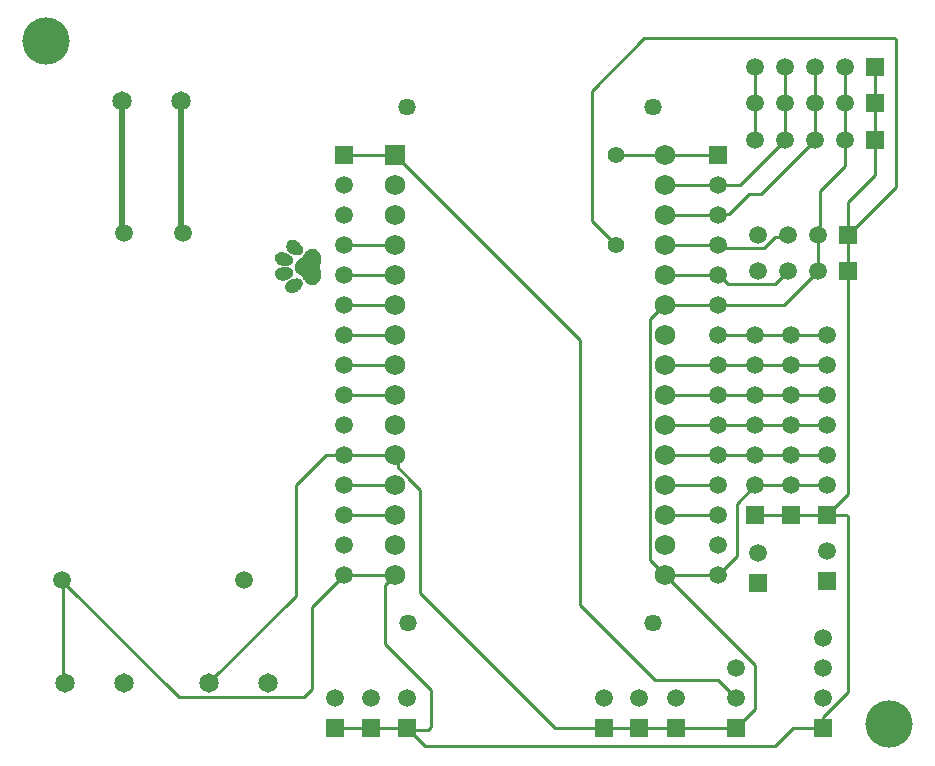
<source format=gtl>
G04*
G04 #@! TF.GenerationSoftware,Altium Limited,Altium Designer,23.1.1 (15)*
G04*
G04 Layer_Physical_Order=1*
G04 Layer_Color=255*
%FSLAX44Y44*%
%MOMM*%
G71*
G04*
G04 #@! TF.SameCoordinates,7520F120-D5D8-497E-858A-6684157EE888*
G04*
G04*
G04 #@! TF.FilePolarity,Positive*
G04*
G01*
G75*
%ADD11C,0.2540*%
%ADD22C,0.5080*%
%ADD23C,1.4600*%
%ADD24C,1.7500*%
%ADD25R,1.7500X1.7500*%
%ADD26C,1.5000*%
%ADD27C,1.6500*%
%ADD28R,1.5000X1.5000*%
%ADD29R,1.5000X1.5000*%
%ADD30C,1.4000*%
%ADD31C,4.0000*%
G36*
X500070Y1031477D02*
X501018D01*
Y1031161D01*
X501650D01*
Y1030845D01*
X501966D01*
Y1030529D01*
X502598D01*
Y1030213D01*
X502914D01*
Y1029897D01*
X503546D01*
Y1029581D01*
X503863D01*
Y1029264D01*
X504179D01*
Y1028948D01*
X504495D01*
Y1028632D01*
X504811D01*
Y1028316D01*
X505127D01*
Y1028000D01*
X505443D01*
Y1027684D01*
X505759D01*
Y1027052D01*
X506075D01*
Y1026736D01*
X506391D01*
Y1026420D01*
X506707D01*
Y1025788D01*
X507024D01*
Y1025155D01*
X507340D01*
Y1024207D01*
X507656D01*
Y1021994D01*
X507340D01*
Y1021046D01*
X507024D01*
Y1020730D01*
X506707D01*
Y1020414D01*
X506391D01*
Y1020098D01*
X506075D01*
Y1019782D01*
X505759D01*
Y1019466D01*
X505127D01*
Y1019150D01*
X504495D01*
Y1018833D01*
X500070D01*
Y1019150D01*
X499121D01*
Y1019466D01*
X498489D01*
Y1019782D01*
X497857D01*
Y1020098D01*
X497225D01*
Y1020414D01*
X496593D01*
Y1020730D01*
X495960D01*
Y1021046D01*
X495644D01*
Y1021362D01*
X495328D01*
Y1021678D01*
X495012D01*
Y1021994D01*
X494696D01*
Y1022310D01*
X494380D01*
Y1022627D01*
X494064D01*
Y1023259D01*
X493748D01*
Y1023891D01*
X493432D01*
Y1024839D01*
X493116D01*
Y1028000D01*
X493432D01*
Y1028948D01*
X493748D01*
Y1029581D01*
X494064D01*
Y1030213D01*
X494380D01*
Y1030529D01*
X494696D01*
Y1030845D01*
X495012D01*
Y1031161D01*
X495644D01*
Y1031477D01*
X496277D01*
Y1031793D01*
X500070D01*
Y1031477D01*
D02*
G37*
G36*
X491535Y1021046D02*
X492483D01*
Y1020730D01*
X493432D01*
Y1020414D01*
X494064D01*
Y1020098D01*
X494696D01*
Y1019782D01*
X495328D01*
Y1019466D01*
X495644D01*
Y1019150D01*
X496277D01*
Y1018833D01*
X496593D01*
Y1018517D01*
X496909D01*
Y1018201D01*
X497541D01*
Y1017885D01*
X497857D01*
Y1017253D01*
X498173D01*
Y1016937D01*
X498489D01*
Y1016305D01*
X498805D01*
Y1015673D01*
X499121D01*
Y1013460D01*
X498805D01*
Y1012828D01*
X498489D01*
Y1012196D01*
X498173D01*
Y1011880D01*
X497857D01*
Y1011563D01*
X497541D01*
Y1011247D01*
X497225D01*
Y1010931D01*
X496909D01*
Y1010615D01*
X496277D01*
Y1010299D01*
X495644D01*
Y1009983D01*
X494380D01*
Y1009667D01*
X489639D01*
Y1009983D01*
X488374D01*
Y1010299D01*
X487426D01*
Y1010615D01*
X486794D01*
Y1010931D01*
X486478D01*
Y1011247D01*
X486162D01*
Y1011563D01*
X485530D01*
Y1011880D01*
X485213D01*
Y1012512D01*
X484897D01*
Y1012828D01*
X484581D01*
Y1013460D01*
X484265D01*
Y1014092D01*
X483949D01*
Y1015040D01*
X483633D01*
Y1017885D01*
X483949D01*
Y1018833D01*
X484265D01*
Y1019466D01*
X484581D01*
Y1019782D01*
X484897D01*
Y1020098D01*
X485213D01*
Y1020414D01*
X485846D01*
Y1020730D01*
X486162D01*
Y1021046D01*
X487110D01*
Y1021362D01*
X491535D01*
Y1021046D01*
D02*
G37*
G36*
X493116Y1008719D02*
X495012D01*
Y1008403D01*
X496277D01*
Y1008086D01*
X496909D01*
Y1007770D01*
X497225D01*
Y1007454D01*
X497857D01*
Y1007138D01*
X498173D01*
Y1006822D01*
X498489D01*
Y1006506D01*
X498805D01*
Y1005874D01*
X499121D01*
Y1002713D01*
X498805D01*
Y1001765D01*
X498489D01*
Y1001449D01*
X498173D01*
Y1001133D01*
Y1000816D01*
X497857D01*
Y1000500D01*
X497541D01*
Y1000184D01*
X497225D01*
Y999868D01*
X496909D01*
Y999552D01*
X496277D01*
Y999236D01*
X495960D01*
Y998920D01*
X495328D01*
Y998604D01*
X494696D01*
Y998288D01*
X493748D01*
Y997972D01*
X492799D01*
Y997656D01*
X491851D01*
Y997339D01*
X488374D01*
Y997656D01*
X487426D01*
Y997972D01*
X486794D01*
Y998288D01*
X486478D01*
Y998604D01*
X485846D01*
Y998920D01*
X485530D01*
Y999236D01*
X485213D01*
Y999552D01*
X484897D01*
Y999868D01*
X484581D01*
Y1000500D01*
X484265D01*
Y1001133D01*
X483949D01*
Y1001765D01*
X483633D01*
Y1004926D01*
X483949D01*
Y1005558D01*
X484265D01*
Y1006190D01*
X484581D01*
Y1006506D01*
X484897D01*
Y1006822D01*
X485213D01*
Y1007138D01*
X485846D01*
Y1007454D01*
X486162D01*
Y1007770D01*
X486794D01*
Y1008086D01*
X487426D01*
Y1008403D01*
X488374D01*
Y1008719D01*
X490271D01*
Y1009035D01*
X493116D01*
Y1008719D01*
D02*
G37*
G36*
X517138Y1023891D02*
X518087D01*
Y1023575D01*
X518719D01*
Y1023259D01*
X519035D01*
Y1022943D01*
X519667D01*
Y1022627D01*
X519983D01*
Y1022310D01*
X520299D01*
Y1021994D01*
X520615D01*
Y1021678D01*
X520931D01*
Y1021046D01*
X521247D01*
Y1020730D01*
X521564D01*
Y1020098D01*
X521880D01*
Y1019466D01*
X522196D01*
Y1018833D01*
X522512D01*
Y1017253D01*
X522828D01*
Y1014408D01*
X522512D01*
Y1013144D01*
X522196D01*
Y1011880D01*
X521880D01*
Y1010931D01*
X521564D01*
Y1007454D01*
X521880D01*
Y1006506D01*
X522196D01*
Y1005242D01*
X522512D01*
Y1004293D01*
X522828D01*
Y1000816D01*
X522512D01*
Y999552D01*
X522196D01*
Y998920D01*
X521880D01*
Y998288D01*
X521564D01*
Y997656D01*
X521247D01*
Y997023D01*
X520931D01*
Y996391D01*
X520615D01*
Y996075D01*
X520299D01*
Y995759D01*
X519983D01*
Y995443D01*
X519667D01*
Y995127D01*
X519351D01*
Y994811D01*
X519035D01*
Y994495D01*
X518403D01*
Y994179D01*
X517771D01*
Y993863D01*
X516822D01*
Y993546D01*
X513978D01*
Y993863D01*
X513029D01*
Y994179D01*
X512081D01*
Y994495D01*
X511449D01*
Y994811D01*
X510817D01*
Y995127D01*
X510500D01*
Y995443D01*
X510184D01*
Y995759D01*
X509868D01*
Y996075D01*
X509552D01*
Y996391D01*
X509236D01*
Y996707D01*
X508920D01*
Y997023D01*
X508604D01*
Y997656D01*
X508288D01*
Y997972D01*
X507972D01*
Y998288D01*
X507656D01*
Y998920D01*
X507340D01*
Y999552D01*
X507024D01*
Y1000184D01*
X506707D01*
Y1000816D01*
X506391D01*
Y1001133D01*
X506075D01*
Y1001449D01*
X505759D01*
Y1001765D01*
X505443D01*
Y1002081D01*
X504811D01*
Y1002397D01*
X504179D01*
Y1002713D01*
X503546D01*
Y1003029D01*
X502914D01*
Y1003345D01*
X502598D01*
Y1003661D01*
X502282D01*
Y1003977D01*
X501650D01*
Y1004293D01*
X501334D01*
Y1004926D01*
X501018D01*
Y1005874D01*
X500702D01*
Y1007138D01*
X500386D01*
Y1009667D01*
X500702D01*
Y1011247D01*
X501018D01*
Y1012196D01*
X501334D01*
Y1013144D01*
X501650D01*
Y1013460D01*
X501966D01*
Y1014092D01*
X502282D01*
Y1014408D01*
X502598D01*
Y1014724D01*
X503230D01*
Y1015040D01*
X503546D01*
Y1015357D01*
X503863D01*
Y1015673D01*
X504495D01*
Y1015989D01*
X505127D01*
Y1016305D01*
X505443D01*
Y1016621D01*
X506075D01*
Y1016937D01*
X506391D01*
Y1017253D01*
X506707D01*
Y1017569D01*
X507024D01*
Y1017885D01*
X507340D01*
Y1018201D01*
X507656D01*
Y1018833D01*
X507972D01*
Y1019466D01*
X508288D01*
Y1019782D01*
X508604D01*
Y1020414D01*
X508920D01*
Y1020730D01*
X509236D01*
Y1021362D01*
X509552D01*
Y1021678D01*
X509868D01*
Y1021994D01*
X510184D01*
Y1022310D01*
X510500D01*
Y1022627D01*
X510817D01*
Y1022943D01*
X511133D01*
Y1023259D01*
X511449D01*
Y1023575D01*
X512081D01*
Y1023891D01*
X512713D01*
Y1024207D01*
X517138D01*
Y1023891D01*
D02*
G37*
G36*
X503230Y999236D02*
X504495D01*
Y998920D01*
X505127D01*
Y998604D01*
X505443D01*
Y998288D01*
X505759D01*
Y997972D01*
X506075D01*
Y997656D01*
X506391D01*
Y997023D01*
X506707D01*
Y996075D01*
X507024D01*
Y993863D01*
X506707D01*
Y992914D01*
X506391D01*
Y992282D01*
X506075D01*
Y991650D01*
X505759D01*
Y991334D01*
X505443D01*
Y990702D01*
X505127D01*
Y990386D01*
X504811D01*
Y990069D01*
X504495D01*
Y989753D01*
X504179D01*
Y989437D01*
X503863D01*
Y989121D01*
X503230D01*
Y988805D01*
X502914D01*
Y988489D01*
X502598D01*
Y988173D01*
X501966D01*
Y987857D01*
X501334D01*
Y987541D01*
X500702D01*
Y987225D01*
X500070D01*
Y986908D01*
X496277D01*
Y987225D01*
X495644D01*
Y987541D01*
X494696D01*
Y987857D01*
X494380D01*
Y988173D01*
X494064D01*
Y988489D01*
X493432D01*
Y988805D01*
X493116D01*
Y989437D01*
X492799D01*
Y989753D01*
X492483D01*
Y990386D01*
X492167D01*
Y991334D01*
X491851D01*
Y993230D01*
X492167D01*
Y994179D01*
X492483D01*
Y994811D01*
X492799D01*
Y995127D01*
X493116D01*
Y995759D01*
X493432D01*
Y996075D01*
X493748D01*
Y996391D01*
X494064D01*
Y996707D01*
X494380D01*
Y997023D01*
X495012D01*
Y997339D01*
X495328D01*
Y997656D01*
X495960D01*
Y997972D01*
X496593D01*
Y998288D01*
X497225D01*
Y998604D01*
X498173D01*
Y998920D01*
X499437D01*
Y999236D01*
X501018D01*
Y999552D01*
X503230D01*
Y999236D01*
D02*
G37*
D11*
X596364Y830481D02*
G03*
X591721Y835124I-10894J-6251D01*
G01*
X542290Y824230D02*
X585470D01*
X542290Y1103630D02*
X585470D01*
X801370Y760730D02*
Y964962D01*
X813038Y976630D02*
X814070D01*
X801370Y964962D02*
X813038Y976630D01*
X801370Y760730D02*
X814070Y748030D01*
X596364Y830481D02*
X606425Y820420D01*
X542290Y849630D02*
X585470D01*
X526415D02*
X542290D01*
X588001Y838844D02*
X591721Y835124D01*
X762000Y618490D02*
X792124D01*
X720725D02*
X762000D01*
X542290Y900430D02*
X585470D01*
X542290Y925830D02*
X585470D01*
X542290Y951230D02*
X585470D01*
X542290Y976630D02*
X585470D01*
X542290Y1002030D02*
X585470D01*
X542290Y1027430D02*
X585470D01*
X303923Y742632D02*
X402025Y644530D01*
X606425Y732790D02*
Y820420D01*
X577025Y689800D02*
Y740182D01*
X427990Y657225D02*
X501015Y730250D01*
Y824230D02*
X526415Y849630D01*
X587257Y847843D02*
X588001Y847099D01*
X303607Y743583D02*
X303617Y743405D01*
X542290Y798830D02*
X585470D01*
X303600Y743590D02*
X303607Y743583D01*
X588001Y838844D02*
Y847099D01*
X303965Y658225D02*
X305600Y656590D01*
X615950Y619760D02*
Y650875D01*
X584873Y748030D02*
X585470D01*
X514985Y651510D02*
Y721360D01*
X606425Y732790D02*
X720725Y618490D01*
X402025Y644530D02*
X508005D01*
X585470Y849630D02*
X587257Y847843D01*
X613410Y617220D02*
X615950Y619760D01*
X303617Y743405D02*
X303923Y742632D01*
X427990Y656590D02*
Y657225D01*
X541655Y748030D02*
X585470D01*
X514985Y721360D02*
X541655Y748030D01*
X577025Y689800D02*
X615950Y650875D01*
X508005Y644530D02*
X514985Y651510D01*
X577025Y740182D02*
X584873Y748030D01*
X303965Y658225D02*
Y743225D01*
X501015Y730250D02*
Y824230D01*
X814070Y748030D02*
X858520D01*
X890270Y635000D02*
Y671830D01*
X814070Y748030D02*
X890270Y671830D01*
X873760Y618490D02*
X890270Y635000D01*
X951230Y798830D02*
X967522D01*
X920750D02*
X951230D01*
X969010Y816610D01*
Y1005840D01*
X751840Y1047750D02*
X772160Y1027430D01*
X751840Y1047750D02*
Y1158240D01*
X796290Y1202690D01*
X1008162D02*
X1009650Y1201202D01*
X796290Y1202690D02*
X1008162D01*
X1009650Y1076960D02*
Y1201202D01*
X969010Y1036320D02*
X1009650Y1076960D01*
X741680Y722630D02*
Y947420D01*
X585470Y1103630D02*
X741680Y947420D01*
Y722630D02*
X805180Y659130D01*
X858520D01*
X873760Y643890D01*
X596900Y617220D02*
X610870Y603250D01*
X906780D01*
X922020Y618490D01*
X596900Y617220D02*
X613410D01*
X595630Y618490D02*
X596900Y617220D01*
X922020Y618490D02*
X947420D01*
X947837Y618907D01*
Y628312D02*
X969010Y649485D01*
X947837Y618907D02*
Y628312D01*
X967522Y798830D02*
X969010Y797342D01*
Y649485D02*
Y797342D01*
X822960Y618490D02*
X873760D01*
X792124D02*
X822960D01*
X565150D02*
X595630D01*
X534670D02*
X565150D01*
X915670Y1116330D02*
Y1147445D01*
X877570Y1078230D02*
X915670Y1116330D01*
X858520Y1078230D02*
X877570D01*
X772160Y1103630D02*
X814070D01*
X874395Y808355D02*
X890270Y824230D01*
X858520Y748030D02*
X874395Y763905D01*
Y808355D01*
X890270Y798830D02*
X920750D01*
X890270Y824230D02*
X920750D01*
X951230D01*
X920750Y849630D02*
X951230D01*
X890270D02*
X920750D01*
X858520D02*
X890270D01*
X920750Y875030D02*
X951230D01*
X890270D02*
X920750D01*
X858520D02*
X890270D01*
Y900430D02*
X920750D01*
X951230D01*
X858520D02*
X890270D01*
Y925830D02*
X920750D01*
X858520D02*
X890270D01*
X920750D02*
X951230D01*
X920750Y951230D02*
X951230D01*
X890270D02*
X920750D01*
X858520D02*
X890270D01*
X969010Y1036320D02*
Y1064260D01*
X991870Y1087120D01*
Y1116330D01*
X943610Y1036320D02*
X944880Y1037590D01*
Y1073150D01*
X966470Y1094740D01*
Y1116330D01*
X914400Y976630D02*
X943610Y1005840D01*
X858520Y976630D02*
X914400D01*
X943610Y1005840D02*
Y1036320D01*
X969010Y1005840D02*
Y1036320D01*
X859515Y1002030D02*
X867015Y994530D01*
X858520Y1002030D02*
X859515D01*
X906900Y994530D02*
X918210Y1005840D01*
X867015Y994530D02*
X906900D01*
X897495Y1025010D02*
X906900Y1034415D01*
X861892Y1027430D02*
X864312Y1025010D01*
X858520Y1027430D02*
X861892D01*
X916305Y1034415D02*
X918210Y1036320D01*
X906900Y1034415D02*
X916305D01*
X864312Y1025010D02*
X897495D01*
X859452Y1053762D02*
X868342D01*
X895350Y1070610D02*
X941070Y1116330D01*
X885190Y1070610D02*
X895350D01*
X858520Y1052830D02*
X859452Y1053762D01*
X868342D02*
X885190Y1070610D01*
X820420Y1052830D02*
X858520D01*
X991870Y1147445D02*
Y1178560D01*
Y1116330D02*
Y1147445D01*
X966470Y1116330D02*
Y1147445D01*
Y1178560D01*
X941070Y1147445D02*
Y1178560D01*
Y1116330D02*
Y1147445D01*
X915670D02*
Y1178560D01*
X890270Y1116330D02*
Y1147445D01*
Y1178560D01*
X820420Y976630D02*
X858520D01*
X820420Y900430D02*
X858520D01*
X820420Y875030D02*
X858520D01*
X820420Y849630D02*
X858520D01*
X820420Y925830D02*
X858520D01*
X820420Y824230D02*
X858520D01*
X820420Y798830D02*
X858520D01*
X820420Y1002030D02*
X858520D01*
X820420Y1103630D02*
X858520D01*
X820420Y1027430D02*
X858520D01*
X820420Y1078230D02*
X858520D01*
D22*
X354330Y1038860D02*
Y1149350D01*
X404330Y1038860D02*
Y1149350D01*
Y1038860D02*
X405600Y1037590D01*
X354330Y1038860D02*
X355600Y1037590D01*
D23*
X803470Y707430D02*
D03*
X596070D02*
D03*
X803470Y1144230D02*
D03*
X595670D02*
D03*
D24*
X814070Y1103630D02*
D03*
Y1078230D02*
D03*
Y1052830D02*
D03*
Y1027430D02*
D03*
Y1002030D02*
D03*
Y976630D02*
D03*
Y951230D02*
D03*
Y925830D02*
D03*
Y900430D02*
D03*
Y875030D02*
D03*
Y849630D02*
D03*
Y824230D02*
D03*
Y798830D02*
D03*
Y773430D02*
D03*
Y748030D02*
D03*
X585470D02*
D03*
Y773430D02*
D03*
Y798830D02*
D03*
Y824230D02*
D03*
Y849630D02*
D03*
Y875030D02*
D03*
Y900430D02*
D03*
Y925830D02*
D03*
Y951230D02*
D03*
Y976630D02*
D03*
Y1002030D02*
D03*
Y1027430D02*
D03*
Y1052830D02*
D03*
Y1078230D02*
D03*
D25*
Y1103630D02*
D03*
D26*
X303600Y743590D02*
D03*
X457600D02*
D03*
X355600Y1037590D02*
D03*
X405600D02*
D03*
X943610Y1036320D02*
D03*
X918210D02*
D03*
X892810D02*
D03*
X943610Y1005840D02*
D03*
X918210D02*
D03*
X892810D02*
D03*
X951230Y849630D02*
D03*
Y824230D02*
D03*
Y875030D02*
D03*
Y900430D02*
D03*
Y925830D02*
D03*
Y951230D02*
D03*
X920750Y849630D02*
D03*
Y824230D02*
D03*
Y875030D02*
D03*
Y900430D02*
D03*
Y925830D02*
D03*
Y951230D02*
D03*
X892810Y767080D02*
D03*
X951230Y768350D02*
D03*
X858520Y748030D02*
D03*
Y773430D02*
D03*
Y798830D02*
D03*
Y824230D02*
D03*
Y849630D02*
D03*
Y875030D02*
D03*
Y900430D02*
D03*
Y925830D02*
D03*
Y951230D02*
D03*
Y976630D02*
D03*
Y1002030D02*
D03*
Y1027430D02*
D03*
Y1052830D02*
D03*
Y1078230D02*
D03*
X890270Y849630D02*
D03*
Y824230D02*
D03*
Y875030D02*
D03*
Y900430D02*
D03*
Y925830D02*
D03*
Y951230D02*
D03*
X822960Y643890D02*
D03*
X966470Y1116330D02*
D03*
X941070D02*
D03*
X915670D02*
D03*
X890270D02*
D03*
X542290Y748030D02*
D03*
Y773430D02*
D03*
Y798830D02*
D03*
Y824230D02*
D03*
Y849630D02*
D03*
Y875030D02*
D03*
Y900430D02*
D03*
Y925830D02*
D03*
Y951230D02*
D03*
Y976630D02*
D03*
Y1002030D02*
D03*
Y1027430D02*
D03*
Y1052830D02*
D03*
Y1078230D02*
D03*
X966470Y1147445D02*
D03*
X941070D02*
D03*
X915670D02*
D03*
X890270D02*
D03*
X966470Y1178560D02*
D03*
X941070D02*
D03*
X915670D02*
D03*
X890270D02*
D03*
X762000Y643890D02*
D03*
X792124D02*
D03*
X595630D02*
D03*
X565150D02*
D03*
X534670D02*
D03*
X947420Y694690D02*
D03*
Y669290D02*
D03*
Y643890D02*
D03*
X873760D02*
D03*
Y669290D02*
D03*
D27*
X404330Y1149350D02*
D03*
X354330D02*
D03*
X477990Y656590D02*
D03*
X427990D02*
D03*
X305600D02*
D03*
X355600D02*
D03*
D28*
X969010Y1036320D02*
D03*
Y1005840D02*
D03*
X991870Y1116330D02*
D03*
Y1147445D02*
D03*
Y1178560D02*
D03*
D29*
X951230Y798830D02*
D03*
X920750D02*
D03*
X892810Y741680D02*
D03*
X951230Y742950D02*
D03*
X858520Y1103630D02*
D03*
X890270Y798830D02*
D03*
X822960Y618490D02*
D03*
X542290Y1103630D02*
D03*
X762000Y618490D02*
D03*
X792124D02*
D03*
X595630D02*
D03*
X565150D02*
D03*
X534670D02*
D03*
X947420D02*
D03*
X873760D02*
D03*
D30*
X772160Y1027430D02*
D03*
Y1103630D02*
D03*
D31*
X289560Y1200150D02*
D03*
X1003300Y622300D02*
D03*
M02*

</source>
